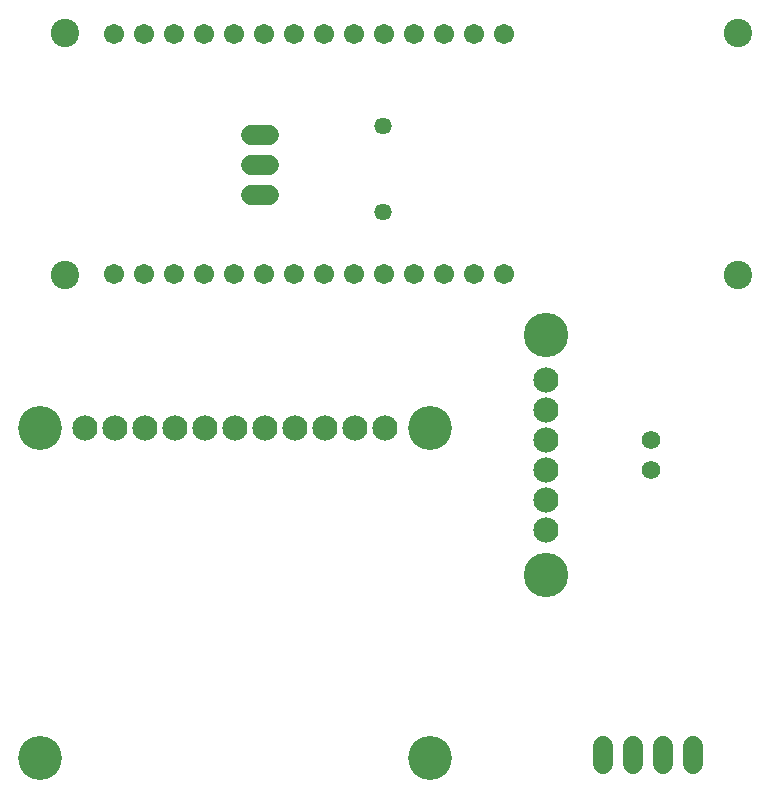
<source format=gbr>
G04 EAGLE Gerber RS-274X export*
G75*
%MOMM*%
%FSLAX34Y34*%
%LPD*%
%INSoldermask Bottom*%
%IPPOS*%
%AMOC8*
5,1,8,0,0,1.08239X$1,22.5*%
G01*
G04 Define Apertures*
%ADD10C,1.727200*%
%ADD11C,1.463200*%
%ADD12C,2.133600*%
%ADD13C,3.719200*%
%ADD14C,1.711200*%
%ADD15C,2.403200*%
%ADD16C,1.561200*%
%ADD17C,3.759200*%
D10*
X519278Y33542D02*
X519278Y48782D01*
X544678Y48782D02*
X544678Y33542D01*
X570078Y33542D02*
X570078Y48782D01*
X595478Y48782D02*
X595478Y33542D01*
X236320Y515200D02*
X221080Y515200D01*
X221080Y540600D02*
X236320Y540600D01*
X236320Y566000D02*
X221080Y566000D01*
D11*
X332800Y573222D03*
X332800Y500822D03*
D12*
X335080Y317902D03*
X309680Y317902D03*
X284280Y317902D03*
X258880Y317902D03*
X233480Y317902D03*
X208080Y317902D03*
X182680Y317902D03*
X157280Y317902D03*
X131880Y317902D03*
X106480Y317902D03*
X81080Y317902D03*
D13*
X373180Y38502D03*
X42980Y38502D03*
X42980Y317902D03*
X373180Y317902D03*
D14*
X435168Y651538D03*
X409768Y651538D03*
X384368Y651538D03*
X358968Y651538D03*
X333568Y651538D03*
X308168Y651538D03*
X282768Y651538D03*
X257368Y651538D03*
X231968Y651538D03*
X206568Y651538D03*
X181168Y651538D03*
X155768Y651538D03*
X130368Y651538D03*
X104968Y651538D03*
X104968Y448338D03*
X130368Y448338D03*
X155768Y448338D03*
X181168Y448338D03*
X206568Y448338D03*
X231968Y448338D03*
X257368Y448338D03*
X282768Y448338D03*
X308168Y448338D03*
X333568Y448338D03*
X358968Y448338D03*
X384368Y448338D03*
X409768Y448338D03*
X435168Y448338D03*
D15*
X64016Y447438D03*
X64016Y652438D03*
X634016Y652438D03*
X634016Y447438D03*
D12*
X470751Y358874D03*
X470751Y333474D03*
X470751Y308074D03*
X470751Y282674D03*
X470751Y257274D03*
X470751Y231874D03*
D16*
X559651Y308074D03*
X559651Y282674D03*
D17*
X470751Y396974D03*
X470751Y193774D03*
M02*

</source>
